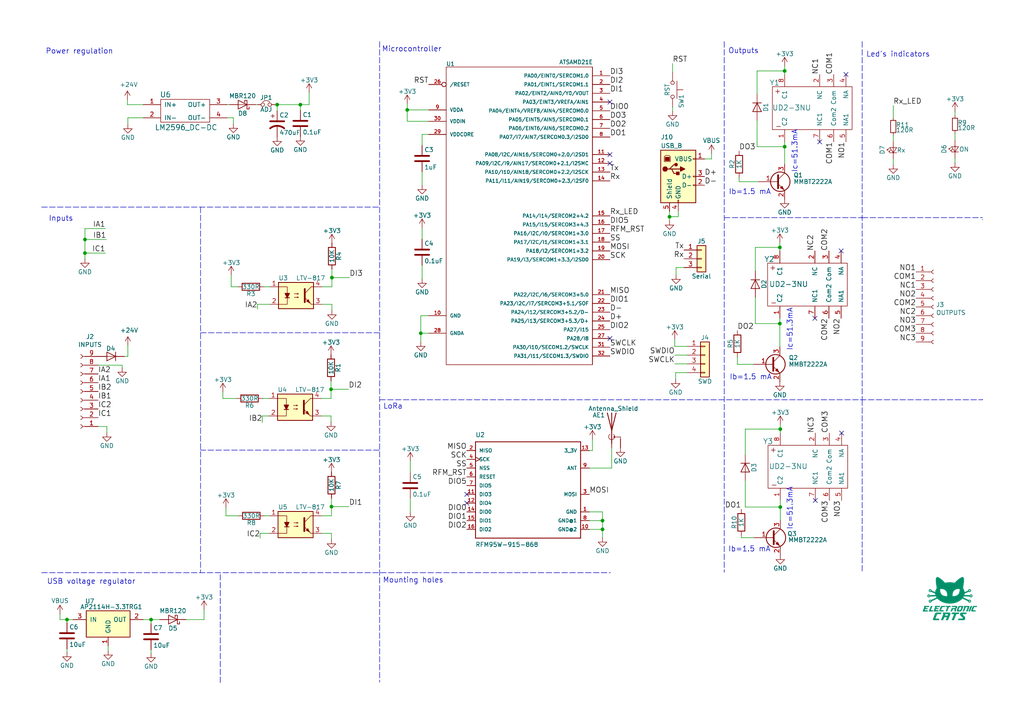
<source format=kicad_sch>
(kicad_sch (version 20211123) (generator eeschema)
  (paper "A4")
  (title_block (title "CatWAN Relay") (date "2020-10-18") (rev "1.0") (company "Electronic Cats") (comment 1 "Eduardo Contreras"))
  (junction (at 226.314 147.066))
  (junction (at 226.187 71.755))
  (junction (at 227.584 20.574))
  (junction (at 174.752 151.003))
  (junction (at 122.047 96.647))
  (junction (at 24.638 73.406))
  (junction (at 226.314 124.46))
  (junction (at 174.752 153.543))
  (junction (at 96.139 146.939))
  (junction (at 87.122 30.353))
  (junction (at 227.584 42.545))
  (junction (at 118.11 31.877))
  (junction (at 80.391 30.353))
  (junction (at 19.431 179.705))
  (junction (at 96.012 112.903))
  (junction (at 226.187 93.853))
  (junction (at 43.815 179.705))
  (junction (at 96.266 80.518))
  (junction (at 194.183 62.865))
  (junction (at 24.638 69.469))
  (no_connect (at 135.382 143.383))
  (no_connect (at 236.474 145.161))
  (no_connect (at 176.911 44.831))
  (no_connect (at 237.744 41.148))
  (no_connect (at 135.382 145.923))
  (no_connect (at 243.967 72.771))
  (no_connect (at 176.911 98.171))
  (no_connect (at 236.347 92.329))
  (no_connect (at 244.094 125.603))
  (no_connect (at 176.911 47.371))
  (no_connect (at 245.364 21.59))
  (no_connect (at 176.911 29.591))
  (wire (pts (xy 219.583 34.925) (xy 219.583 42.545)))
  (wire (pts (xy 76.073 120.65) (xy 77.978 120.65)))
  (wire (pts (xy 226.314 124.46) (xy 226.314 125.603)))
  (wire (pts (xy 196.088 77.597) (xy 198.374 77.597)))
  (wire (pts (xy 67.691 34.163) (xy 65.913 34.163)))
  (polyline (pts (xy 110.109 12.065) (xy 110.109 197.866)))
  (wire (pts (xy 65.532 149.606) (xy 65.532 147.193)))
  (wire (pts (xy 213.868 103.505) (xy 213.868 105.664)))
  (wire (pts (xy 101.219 146.939) (xy 96.139 146.939)))
  (wire (pts (xy 96.266 83.185) (xy 93.472 83.185)))
  (wire (pts (xy 170.942 153.543) (xy 174.752 153.543)))
  (wire (pts (xy 76.581 83.185) (xy 78.232 83.185)))
  (wire (pts (xy 219.583 27.305) (xy 219.583 20.574)))
  (wire (pts (xy 259.08 30.607) (xy 259.08 34.163)))
  (polyline (pts (xy 58.166 60.071) (xy 58.166 166.116)))
  (wire (pts (xy 37.084 36.068) (xy 37.084 34.163)))
  (wire (pts (xy 43.815 180.848) (xy 43.815 179.705)))
  (wire (pts (xy 219.964 52.705) (xy 214.376 52.705)))
  (wire (pts (xy 35.433 105.918) (xy 28.448 105.918)))
  (wire (pts (xy 96.012 115.57) (xy 93.218 115.57)))
  (wire (pts (xy 227.584 20.574) (xy 227.584 21.59)))
  (wire (pts (xy 226.187 71.755) (xy 226.187 72.771)))
  (wire (pts (xy 195.707 100.457) (xy 195.707 98.425)))
  (wire (pts (xy 219.075 71.755) (xy 226.187 71.755)))
  (wire (pts (xy 37.084 103.378) (xy 37.084 100.203)))
  (wire (pts (xy 213.868 105.664) (xy 218.567 105.664)))
  (wire (pts (xy 199.39 105.537) (xy 195.707 105.537)))
  (wire (pts (xy 122.428 38.989) (xy 124.333 38.989)))
  (wire (pts (xy 75.438 156.083) (xy 75.438 154.686)))
  (wire (pts (xy 171.831 127.381) (xy 171.831 130.683)))
  (wire (pts (xy 216.154 124.46) (xy 226.314 124.46)))
  (wire (pts (xy 195.072 32.258) (xy 195.072 31.115)))
  (wire (pts (xy 80.391 30.353) (xy 80.391 32.131)))
  (wire (pts (xy 206.375 46.101) (xy 204.343 46.101)))
  (wire (pts (xy 122.428 80.899) (xy 122.428 76.962)))
  (wire (pts (xy 74.676 88.265) (xy 78.232 88.265)))
  (wire (pts (xy 24.638 69.469) (xy 24.638 73.406)))
  (wire (pts (xy 174.752 151.003) (xy 174.752 153.543)))
  (wire (pts (xy 87.122 30.353) (xy 89.662 30.353)))
  (wire (pts (xy 65.913 30.353) (xy 66.548 30.353)))
  (polyline (pts (xy 63.881 197.993) (xy 63.881 166.116)))
  (wire (pts (xy 196.723 62.865) (xy 194.183 62.865)))
  (wire (pts (xy 30.988 125.476) (xy 30.988 123.698)))
  (wire (pts (xy 96.012 120.65) (xy 93.218 120.65)))
  (wire (pts (xy 118.11 30.099) (xy 118.11 31.877)))
  (wire (pts (xy 69.088 149.606) (xy 65.532 149.606)))
  (wire (pts (xy 259.08 46.101) (xy 259.08 47.752)))
  (wire (pts (xy 194.183 62.865) (xy 194.183 61.341)))
  (wire (pts (xy 195.707 102.997) (xy 199.39 102.997)))
  (wire (pts (xy 96.012 110.49) (xy 96.012 112.903)))
  (wire (pts (xy 87.122 30.353) (xy 87.122 32.004)))
  (wire (pts (xy 96.012 112.903) (xy 96.012 115.57)))
  (wire (pts (xy 96.139 149.606) (xy 93.345 149.606)))
  (wire (pts (xy 226.187 70.358) (xy 226.187 71.755)))
  (wire (pts (xy 96.266 88.265) (xy 93.472 88.265)))
  (wire (pts (xy 195.072 18.415) (xy 195.072 20.955)))
  (wire (pts (xy 30.607 73.406) (xy 24.638 73.406)))
  (wire (pts (xy 216.154 131.826) (xy 216.154 124.46)))
  (wire (pts (xy 174.752 148.463) (xy 170.942 148.463)))
  (polyline (pts (xy 284.988 115.951) (xy 284.988 115.824)))
  (polyline (pts (xy 250.063 63.119) (xy 284.988 63.119)))
  (wire (pts (xy 174.752 148.463) (xy 174.752 151.003)))
  (polyline (pts (xy 210.058 63.119) (xy 249.936 63.119)))
  (wire (pts (xy 118.11 35.179) (xy 124.333 35.179)))
  (wire (pts (xy 215.011 155.956) (xy 215.011 155.321)))
  (wire (pts (xy 96.266 90.043) (xy 96.266 88.265)))
  (wire (pts (xy 226.187 92.329) (xy 226.187 93.853)))
  (wire (pts (xy 96.266 80.518) (xy 96.266 83.185)))
  (wire (pts (xy 276.987 33.528) (xy 276.987 32.258)))
  (polyline (pts (xy 12.065 60.071) (xy 110.109 60.071)))
  (wire (pts (xy 96.266 78.105) (xy 96.266 80.518)))
  (wire (pts (xy 122.428 53.721) (xy 122.428 49.784)))
  (wire (pts (xy 226.314 147.066) (xy 226.314 150.876)))
  (wire (pts (xy 177.419 135.763) (xy 177.419 129.921)))
  (wire (pts (xy 118.999 133.731) (xy 118.999 137.033)))
  (wire (pts (xy 118.11 31.877) (xy 118.11 35.179)))
  (polyline (pts (xy 12.065 166.116) (xy 177.038 166.116)))
  (wire (pts (xy 36.957 28.956) (xy 36.957 30.353)))
  (wire (pts (xy 74.676 89.662) (xy 74.676 88.265)))
  (polyline (pts (xy 110.109 115.951) (xy 284.988 115.951)))
  (wire (pts (xy 77.978 115.57) (xy 76.2 115.57)))
  (wire (pts (xy 171.831 130.683) (xy 170.942 130.683)))
  (wire (pts (xy 219.075 86.233) (xy 219.075 93.853)))
  (wire (pts (xy 41.529 179.705) (xy 43.815 179.705)))
  (wire (pts (xy 79.756 30.353) (xy 80.391 30.353)))
  (wire (pts (xy 122.047 96.647) (xy 122.047 99.187)))
  (wire (pts (xy 43.815 189.484) (xy 43.815 188.468)))
  (wire (pts (xy 19.431 189.23) (xy 19.431 188.214)))
  (wire (pts (xy 96.139 144.526) (xy 96.139 146.939)))
  (wire (pts (xy 174.752 153.543) (xy 174.752 155.956)))
  (wire (pts (xy 196.723 61.341) (xy 196.723 62.865)))
  (wire (pts (xy 35.433 106.68) (xy 35.433 105.918)))
  (wire (pts (xy 21.209 179.705) (xy 19.431 179.705)))
  (wire (pts (xy 227.584 19.177) (xy 227.584 20.574)))
  (wire (pts (xy 53.975 179.705) (xy 59.182 179.705)))
  (wire (pts (xy 36.068 103.378) (xy 37.084 103.378)))
  (wire (pts (xy 226.314 123.19) (xy 226.314 124.46)))
  (wire (pts (xy 96.139 146.939) (xy 96.139 149.606)))
  (wire (pts (xy 219.583 20.574) (xy 227.584 20.574)))
  (wire (pts (xy 30.988 123.698) (xy 28.448 123.698)))
  (wire (pts (xy 218.694 155.956) (xy 215.011 155.956)))
  (wire (pts (xy 276.987 45.847) (xy 276.987 47.244)))
  (wire (pts (xy 43.815 179.705) (xy 46.355 179.705)))
  (wire (pts (xy 226.187 93.853) (xy 226.187 100.584)))
  (wire (pts (xy 67.691 35.941) (xy 67.691 34.163)))
  (wire (pts (xy 219.075 78.613) (xy 219.075 71.755)))
  (wire (pts (xy 89.662 30.353) (xy 89.662 26.797)))
  (wire (pts (xy 24.638 73.406) (xy 24.638 75.057)))
  (wire (pts (xy 195.961 109.982) (xy 195.961 108.077)))
  (wire (pts (xy 214.376 52.705) (xy 214.376 51.435)))
  (wire (pts (xy 101.092 112.903) (xy 96.012 112.903)))
  (polyline (pts (xy 250.063 12.065) (xy 250.063 115.824)))
  (polyline (pts (xy 210.058 12.065) (xy 210.058 165.989)))
  (wire (pts (xy 227.584 42.545) (xy 227.584 47.625)))
  (wire (pts (xy 76.073 122.555) (xy 76.073 120.65)))
  (wire (pts (xy 219.075 93.853) (xy 226.187 93.853)))
  (wire (pts (xy 259.08 41.021) (xy 259.08 39.243)))
  (wire (pts (xy 24.638 66.294) (xy 30.607 66.294)))
  (wire (pts (xy 67.056 79.756) (xy 67.056 83.185)))
  (wire (pts (xy 76.708 149.606) (xy 78.105 149.606)))
  (wire (pts (xy 19.431 180.594) (xy 19.431 179.705)))
  (wire (pts (xy 219.583 42.545) (xy 227.584 42.545)))
  (polyline (pts (xy 110.109 96.52) (xy 58.166 96.52)))
  (polyline (pts (xy 284.988 63.754) (xy 284.988 63.627)))
  (polyline (pts (xy 250.063 115.951) (xy 250.063 165.862)))
  (wire (pts (xy 122.047 91.567) (xy 124.333 91.567)))
  (wire (pts (xy 196.088 79.756) (xy 196.088 77.597)))
  (wire (pts (xy 24.638 69.469) (xy 24.638 66.294)))
  (wire (pts (xy 124.333 96.647) (xy 122.047 96.647)))
  (wire (pts (xy 96.139 156.464) (xy 96.139 154.686)))
  (wire (pts (xy 122.428 66.04) (xy 122.428 69.342)))
  (wire (pts (xy 36.957 30.353) (xy 41.529 30.353)))
  (wire (pts (xy 64.643 115.57) (xy 64.643 113.665)))
  (wire (pts (xy 31.369 187.325) (xy 31.369 188.722)))
  (wire (pts (xy 17.399 179.705) (xy 17.399 178.054)))
  (wire (pts (xy 80.391 30.353) (xy 87.122 30.353)))
  (wire (pts (xy 118.999 148.59) (xy 118.999 144.653)))
  (wire (pts (xy 30.861 69.469) (xy 24.638 69.469)))
  (polyline (pts (xy 249.936 63.119) (xy 249.936 62.992)))
  (polyline (pts (xy 109.982 130.556) (xy 58.166 130.556)))
  (wire (pts (xy 122.047 91.567) (xy 122.047 96.647)))
  (wire (pts (xy 96.012 122.428) (xy 96.012 120.65)))
  (wire (pts (xy 170.942 135.763) (xy 177.419 135.763)))
  (wire (pts (xy 124.333 31.877) (xy 118.11 31.877)))
  (wire (pts (xy 122.428 42.164) (xy 122.428 38.989)))
  (wire (pts (xy 206.375 44.577) (xy 206.375 46.101)))
  (wire (pts (xy 195.961 108.077) (xy 199.39 108.077)))
  (wire (pts (xy 216.154 147.066) (xy 226.314 147.066)))
  (wire (pts (xy 68.961 83.185) (xy 67.056 83.185)))
  (wire (pts (xy 19.431 179.705) (xy 17.399 179.705)))
  (wire (pts (xy 75.438 154.686) (xy 78.105 154.686)))
  (wire (pts (xy 216.154 139.446) (xy 216.154 147.066)))
  (wire (pts (xy 37.084 34.163) (xy 41.529 34.163)))
  (wire (pts (xy 101.346 80.518) (xy 96.266 80.518)))
  (wire (pts (xy 68.58 115.57) (xy 64.643 115.57)))
  (wire (pts (xy 74.168 30.353) (xy 74.676 30.353)))
  (wire (pts (xy 199.39 100.457) (xy 195.707 100.457)))
  (wire (pts (xy 226.314 145.161) (xy 226.314 147.066)))
  (wire (pts (xy 170.942 151.003) (xy 174.752 151.003)))
  (wire (pts (xy 227.584 41.148) (xy 227.584 42.545)))
  (wire (pts (xy 194.183 64.008) (xy 194.183 62.865)))
  (wire (pts (xy 59.182 179.705) (xy 59.182 176.784)))
  (wire (pts (xy 276.987 40.767) (xy 276.987 38.608)))
  (wire (pts (xy 96.139 154.686) (xy 93.345 154.686)))
  (image (at 275.463 173.609))
  (text "LoRa" (at 111.125 118.872 0) (effects (font (size 1.524 1.524)) (justify left bottom)))
  (text "Inputs\n" (at 14.097 64.389 0) (effects (font (size 1.524 1.524)) (justify left bottom)))
  (text "Microcontroller" (at 110.744 15.24 0) (effects (font (size 1.524 1.524)) (justify left bottom)))
  (text "Ic=51.3mA" (at 231.394 50.165 90) (effects (font (size 1.524 1.524)) (justify left bottom)))
  (text "USB voltage regulator\n" (at 13.589 169.672 0) (effects (font (size 1.524 1.524)) (justify left bottom)))
  (text "Power regulation" (at 13.208 15.875 0) (effects (font (size 1.524 1.524)) (justify left bottom)))
  (text "Mounting holes" (at 110.998 169.291 0) (effects (font (size 1.524 1.524)) (justify left bottom)))
  (text "Ic=51.3mA" (at 229.997 101.854 90) (effects (font (size 1.524 1.524)) (justify left bottom)))
  (text "Ib=1.5 mA " (at 211.582 110.363 0) (effects (font (size 1.524 1.524)) (justify left bottom)))
  (text "Ic=51.3mA" (at 229.997 153.797 90) (effects (font (size 1.524 1.524)) (justify left bottom)))
  (text "Ib=1.5 mA " (at 211.201 160.274 0) (effects (font (size 1.524 1.524)) (justify left bottom)))
  (text "Led's indicators" (at 251.206 16.764 0) (effects (font (size 1.524 1.524)) (justify left bottom)))
  (text "Outputs" (at 211.201 15.748 0) (effects (font (size 1.524 1.524)) (justify left bottom)))
  (text "Ib=1.5 mA " (at 211.328 56.642 0) (effects (font (size 1.524 1.524)) (justify left bottom)))
  (label "D+" (at 176.911 93.091 0) (effects (font (size 1.524 1.524))))
  (label "DIO5" (at 135.382 140.843 180) (effects (font (size 1.524 1.524))))
  (label "DI1" (at 101.219 146.939 0) (effects (font (size 1.524 1.524))))
  (label "SS" (at 135.382 135.763 180) (effects (font (size 1.524 1.524))))
  (label "DIO0" (at 176.911 32.131 0) (effects (font (size 1.524 1.524))))
  (label "RFM_RST" (at 135.382 138.303 180) (effects (font (size 1.524 1.524))))
  (label "NO2" (at 265.684 86.487 180) (effects (font (size 1.524 1.524))))
  (label "DIO2" (at 176.911 95.631 0) (effects (font (size 1.524 1.524))))
  (label "IB2" (at 76.073 122.555 180) (effects (font (size 1.524 1.524))))
  (label "IB1" (at 28.448 116.078 0) (effects (font (size 1.524 1.524))))
  (label "SCK" (at 176.911 75.311 0) (effects (font (size 1.524 1.524))))
  (label "DO1" (at 215.011 147.701 180) (effects (font (size 1.524 1.524))))
  (label "DI2" (at 176.911 24.511 0) (effects (font (size 1.524 1.524))))
  (label "IC2" (at 75.438 156.083 180) (effects (font (size 1.524 1.524))))
  (label "NO1" (at 265.684 78.867 180) (effects (font (size 1.524 1.524))))
  (label "COM3" (at 240.538 125.603 90) (effects (font (size 1.524 1.524))))
  (label "NC2" (at 236.347 72.771 90) (effects (font (size 1.524 1.524))))
  (label "RFM_RST" (at 176.911 67.691 0) (effects (font (size 1.524 1.524))))
  (label "DO2" (at 176.911 37.211 0) (effects (font (size 1.524 1.524))))
  (label "DO1" (at 176.911 39.751 0) (effects (font (size 1.524 1.524))))
  (label "DI3" (at 101.346 80.518 0) (effects (font (size 1.524 1.524))))
  (label "COM1" (at 265.684 81.407 180) (effects (font (size 1.524 1.524))))
  (label "RST" (at 195.072 18.415 0) (effects (font (size 1.524 1.524))))
  (label "NC2" (at 265.684 91.567 180) (effects (font (size 1.524 1.524))))
  (label "D+" (at 204.343 51.181 0) (effects (font (size 1.524 1.524))))
  (label "Rx_LED" (at 176.911 62.611 0) (effects (font (size 1.524 1.524))))
  (label "IB1" (at 30.861 69.469 180) (effects (font (size 1.524 1.524))))
  (label "D-" (at 204.343 53.721 0) (effects (font (size 1.524 1.524))))
  (label "DO3" (at 214.376 43.815 0) (effects (font (size 1.524 1.524))))
  (label "DIO5" (at 176.911 65.151 0) (effects (font (size 1.524 1.524))))
  (label "NO3" (at 265.684 94.107 180) (effects (font (size 1.524 1.524))))
  (label "DI3" (at 176.911 21.971 0) (effects (font (size 1.524 1.524))))
  (label "IC2" (at 28.448 118.618 0) (effects (font (size 1.524 1.524))))
  (label "IA1" (at 28.448 110.998 0) (effects (font (size 1.524 1.524))))
  (label "DIO1" (at 135.382 151.003 180) (effects (font (size 1.524 1.524))))
  (label "MOSI" (at 176.911 72.771 0) (effects (font (size 1.524 1.524))))
  (label "COM2" (at 240.411 72.771 90) (effects (font (size 1.524 1.524))))
  (label "NC3" (at 265.684 99.187 180) (effects (font (size 1.524 1.524))))
  (label "RST" (at 124.333 24.511 180) (effects (font (size 1.524 1.524))))
  (label "DO2" (at 213.868 95.885 0) (effects (font (size 1.524 1.524))))
  (label "IB2" (at 28.448 113.538 0) (effects (font (size 1.524 1.524))))
  (label "Rx" (at 198.374 75.057 180) (effects (font (size 1.524 1.524))))
  (label "NO1" (at 245.364 41.148 270) (effects (font (size 1.524 1.524))))
  (label "Tx" (at 176.911 49.911 0) (effects (font (size 1.524 1.524))))
  (label "NO3" (at 244.094 145.161 270) (effects (font (size 1.524 1.524))))
  (label "SWCLK" (at 195.707 105.537 180) (effects (font (size 1.524 1.524))))
  (label "MISO" (at 176.911 85.471 0) (effects (font (size 1.524 1.524))))
  (label "COM3" (at 265.684 96.647 180) (effects (font (size 1.524 1.524))))
  (label "DIO0" (at 135.382 148.463 180) (effects (font (size 1.524 1.524))))
  (label "COM2" (at 265.684 89.027 180) (effects (font (size 1.524 1.524))))
  (label "Rx_LED" (at 259.08 30.607 0) (effects (font (size 1.524 1.524))))
  (label "IC1" (at 30.607 73.406 180) (effects (font (size 1.524 1.524))))
  (label "COM3" (at 240.538 145.161 270) (effects (font (size 1.524 1.524))))
  (label "DI2" (at 101.092 112.903 0) (effects (font (size 1.524 1.524))))
  (label "MISO" (at 135.382 130.683 180) (effects (font (size 1.524 1.524))))
  (label "COM1" (at 241.808 41.148 270) (effects (font (size 1.524 1.524))))
  (label "SWDIO" (at 195.707 102.997 180) (effects (font (size 1.524 1.524))))
  (label "NC1" (at 237.744 21.59 90) (effects (font (size 1.524 1.524))))
  (label "DO3" (at 176.911 34.671 0) (effects (font (size 1.524 1.524))))
  (label "DIO2" (at 135.382 153.543 180) (effects (font (size 1.524 1.524))))
  (label "SCK" (at 135.382 133.223 180) (effects (font (size 1.524 1.524))))
  (label "IA2" (at 74.676 89.662 180) (effects (font (size 1.524 1.524))))
  (label "Tx" (at 198.374 72.517 180) (effects (font (size 1.524 1.524))))
  (label "Rx" (at 176.911 52.451 0) (effects (font (size 1.524 1.524))))
  (label "NC1" (at 265.684 83.947 180) (effects (font (size 1.524 1.524))))
  (label "COM2" (at 240.411 92.329 270) (effects (font (size 1.524 1.524))))
  (label "DIO1" (at 176.911 88.011 0) (effects (font (size 1.524 1.524))))
  (label "D-" (at 176.911 90.551 0) (effects (font (size 1.524 1.524))))
  (label "SWCLK" (at 176.911 100.711 0) (effects (font (size 1.524 1.524))))
  (label "SWDIO" (at 176.911 103.251 0) (effects (font (size 1.524 1.524))))
  (label "COM1" (at 241.808 21.59 90) (effects (font (size 1.524 1.524))))
  (label "NC3" (at 236.474 125.603 90) (effects (font (size 1.524 1.524))))
  (label "IA1" (at 30.607 66.294 180) (effects (font (size 1.524 1.524))))
  (label "DI1" (at 176.911 27.051 0) (effects (font (size 1.524 1.524))))
  (label "NO2" (at 243.967 92.329 270) (effects (font (size 1.524 1.524))))
  (label "SS" (at 176.911 70.231 0) (effects (font (size 1.524 1.524))))
  (label "MOSI" (at 170.942 143.383 0) (effects (font (size 1.524 1.524))))
  (label "IC1" (at 28.448 121.158 0) (effects (font (size 1.524 1.524))))
  (label "IA2" (at 28.448 108.458 0) (effects (font (size 1.524 1.524))))
  (symbol (lib_id "CatWAN-Relay-rescue:SW_Push-agroin-rescue") (at 195.072 26.035 270) (unit 1)
    (property "Reference" "SW1" (at 197.612 27.305 0) (effects (justify left)))
    (property "Value" "RST" (at 193.548 26.035 0))
    (property "Footprint" "Button_Switch_SMD:SW_SPST_TL3342" (effects hide))
    (property "Footprint" "Button_Switch_SMD:SW_SPST_TL3342" (effects hide))
    (property "Reference" "SW1" (effects hide))
    (property "Value" "RST" (effects hide))
    (property "LCSC#" "C318889" (effects hide))
  )
  (symbol (lib_id "CatWAN-Relay-rescue:GND-agroin-rescue") (at 195.072 32.258 0) (unit 1)
    (property "Reference" "#PWR01" (effects hide))
    (property "Value" "GND" (at 195.072 36.068 0))
  )
  (symbol (lib_id "CatWAN-Relay-rescue:GND-agroin-rescue") (at 122.047 99.187 0) (unit 1)
    (property "Reference" "#PWR02" (effects hide))
    (property "Value" "GND" (at 122.047 102.997 0))
  )
  (symbol (lib_id "CatWAN-Relay-rescue:C-agroin-rescue") (at 87.122 35.814 0) (unit 1)
    (property "Reference" "C1" (at 87.757 33.274 0) (effects (justify left)))
    (property "Value" "0.1uF" (at 87.757 38.354 0) (effects (justify left)))
    (property "Footprint" "Capacitor_SMD:C_0805_2012Metric_Pad1.15x1.40mm_HandSolder" (effects hide))
    (property "manf#" "885012207072" (effects hide))
    (property "Footprint" "Capacitor_SMD:C_0805_2012Metric_Pad1.15x1.40mm_HandSolder" (effects hide))
    (property "Reference" "C1" (effects hide))
    (property "Value" "0.1uF" (effects hide))
  )
  (symbol (lib_id "CatWAN-Relay-rescue:GND-agroin-rescue") (at 67.691 35.941 0) (unit 1)
    (property "Reference" "#PWR03" (effects hide))
    (property "Value" "GND" (at 67.691 39.751 0))
  )
  (symbol (lib_id "CatWAN-Relay-rescue:GND-agroin-rescue") (at 87.122 39.624 0) (unit 1)
    (property "Reference" "#PWR04" (effects hide))
    (property "Value" "GND" (at 87.122 43.434 0))
  )
  (symbol (lib_id "CatWAN-Relay-rescue:MMBT2222A-agroin-rescue") (at 225.044 52.705 0) (unit 1)
    (property "Reference" "Q1" (at 230.124 50.8 0) (effects (justify left)))
    (property "Value" "MMBT2222A" (at 230.124 52.705 0) (effects (justify left)))
    (property "Footprint" "Package_TO_SOT_SMD:SOT-23" (effects hide))
    (property "manf#" "MMBT2222A" (effects hide))
    (property "Footprint" "Package_TO_SOT_SMD:SOT-23" (effects hide))
    (property "Reference" "Q1" (effects hide))
    (property "Value" "MMBT2222A" (effects hide))
  )
  (symbol (lib_id "CatWAN-Relay-rescue:CP1-agroin-rescue") (at 80.391 35.941 0) (unit 1)
    (property "Reference" "C2" (at 81.026 33.401 0) (effects (justify left)))
    (property "Value" "470uF" (at 81.026 38.481 0) (effects (justify left)))
    (property "Footprint" "Capacitor_SMD:C_Elec_6.3x7.7" (effects hide))
    (property "manf#" "UUR0G471MCL1GS" (effects hide))
    (property "Footprint" "Capacitor_SMD:C_Elec_6.3x7.7" (effects hide))
    (property "Reference" "C2" (effects hide))
    (property "Value" "470uF" (effects hide))
  )
  (symbol (lib_id "CatWAN-Relay-rescue:GND-agroin-rescue") (at 80.391 39.751 0) (unit 1)
    (property "Reference" "#PWR05" (effects hide))
    (property "Value" "GND" (at 80.391 43.561 0))
  )
  (symbol (lib_id "CatWAN-Relay-rescue:Jumper_NC_Small-agroin-rescue") (at 77.216 30.353 0) (unit 1)
    (property "Reference" "JP1" (at 77.216 28.321 0))
    (property "Value" "ADJ" (at 77.216 31.75 0))
    (property "Footprint" "Connector_PinHeader_2.54mm:PinHeader_1x02_P2.54mm_Vertical" (effects hide))
    (property "Footprint" "Connector_PinHeader_2.54mm:PinHeader_1x02_P2.54mm_Vertical" (effects hide))
    (property "Reference" "JP1" (effects hide))
    (property "Value" "ADJ" (effects hide))
  )
  (symbol (lib_id "CatWAN-Relay-rescue:FM4007W-W-agroin-rescue") (at 219.583 31.115 270) (unit 1)
    (property "Reference" "D1" (at 222.123 31.115 0))
    (property "Value" "FM4007W-W" (effects hide))
    (property "Footprint" "agroin:F4007" (effects hide))
    (property "manf#" "FM4007W-W" (effects hide))
    (property "Footprint" "agroin:F4007" (effects hide))
    (property "Reference" "D1" (effects hide))
    (property "Value" "FM4007W-W" (effects hide))
  )
  (symbol (lib_id "CatWAN-Relay-rescue:+3.3V-agroin-rescue") (at 89.662 26.797 0) (unit 1)
    (property "Reference" "#PWR06" (effects hide))
    (property "Value" "+3.3V" (at 89.662 23.241 0))
  )
  (symbol (lib_id "CatWAN-Relay-rescue:C-agroin-rescue") (at 122.428 73.152 0) (unit 1)
    (property "Reference" "C4" (at 123.063 70.612 0) (effects (justify left)))
    (property "Value" "0.1uF" (at 123.063 75.692 0) (effects (justify left)))
    (property "Footprint" "Capacitor_SMD:C_0805_2012Metric_Pad1.15x1.40mm_HandSolder" (effects hide))
    (property "manf#" "885012207072" (effects hide))
    (property "Footprint" "Capacitor_SMD:C_0805_2012Metric_Pad1.15x1.40mm_HandSolder" (effects hide))
    (property "Reference" "C4" (effects hide))
    (property "Value" "0.1uF" (effects hide))
  )
  (symbol (lib_id "CatWAN-Relay-rescue:+3.3V-agroin-rescue") (at 122.428 66.04 0) (unit 1)
    (property "Reference" "#PWR07" (effects hide))
    (property "Value" "+3.3V" (at 122.428 62.484 0))
  )
  (symbol (lib_id "CatWAN-Relay-rescue:GND-agroin-rescue") (at 122.428 80.899 0) (unit 1)
    (property "Reference" "#PWR08" (effects hide))
    (property "Value" "GND" (at 122.428 84.709 0))
  )
  (symbol (lib_id "CatWAN-Relay-rescue:+3.3V-agroin-rescue") (at 171.831 127.381 0) (unit 1)
    (property "Reference" "#PWR09" (effects hide))
    (property "Value" "+3.3V" (at 171.831 123.825 0))
  )
  (symbol (lib_id "CatWAN-Relay-rescue:GND-agroin-rescue") (at 174.752 155.956 0) (unit 1)
    (property "Reference" "#PWR010" (effects hide))
    (property "Value" "GND" (at 174.752 159.766 0))
  )
  (symbol (lib_id "CatWAN-Relay-rescue:C-agroin-rescue") (at 118.999 140.843 0) (unit 1)
    (property "Reference" "C5" (at 119.634 138.303 0) (effects (justify left)))
    (property "Value" "0.1uF" (at 119.634 143.383 0) (effects (justify left)))
    (property "Footprint" "Capacitor_SMD:C_0805_2012Metric_Pad1.15x1.40mm_HandSolder" (effects hide))
    (property "manf#" "885012207072" (effects hide))
    (property "Footprint" "Capacitor_SMD:C_0805_2012Metric_Pad1.15x1.40mm_HandSolder" (effects hide))
    (property "Reference" "C5" (effects hide))
    (property "Value" "0.1uF" (effects hide))
  )
  (symbol (lib_id "CatWAN-Relay-rescue:+3.3V-agroin-rescue") (at 118.999 133.731 0) (unit 1)
    (property "Reference" "#PWR011" (effects hide))
    (property "Value" "+3.3V" (at 118.999 130.175 0))
  )
  (symbol (lib_id "CatWAN-Relay-rescue:GND-agroin-rescue") (at 118.999 148.59 0) (unit 1)
    (property "Reference" "#PWR012" (effects hide))
    (property "Value" "GND" (at 118.999 152.4 0))
  )
  (symbol (lib_id "CatWAN-Relay-rescue:RFM95W-868S2-agroin-rescue") (at 153.162 140.843 0) (unit 1)
    (property "Reference" "U2" (at 137.8966 126.8476 0) (effects (justify left bottom)))
    (property "Value" "RFM95W-915-868" (at 137.8712 158.6738 0) (effects (justify left bottom)))
    (property "Footprint" "agroin:RFM95W" (effects hide))
    (property "Footprint" "agroin:RFM95W" (effects hide))
    (property "Reference" "U2" (effects hide))
    (property "Value" "RFM95W-915-868" (effects hide))
    (property "manf#" "RFM95W" (effects hide))
  )
  (symbol (lib_id "CatWAN-Relay-rescue:+3.3V-agroin-rescue") (at 118.11 30.099 0) (unit 1)
    (property "Reference" "#PWR013" (effects hide))
    (property "Value" "+3.3V" (at 118.11 26.543 0))
  )
  (symbol (lib_id "CatWAN-Relay-rescue:LTV-817-agroin-rescue") (at 85.852 85.725 0) (unit 1)
    (property "Reference" "U3" (at 80.772 80.645 0) (effects (justify left)))
    (property "Value" "LTV-817" (at 85.852 80.645 0) (effects (justify left)))
    (property "Footprint" "Package_DIP:DIP-4_W7.62mm_Socket" (effects hide))
    (property "manf#" "LTV-817" (effects hide))
    (property "Footprint" "Package_DIP:DIP-4_W7.62mm_Socket" (effects hide))
    (property "Reference" "U3" (effects hide))
    (property "Value" "LTV-817" (effects hide))
  )
  (symbol (lib_id "CatWAN-Relay-rescue:R-agroin-rescue") (at 72.771 83.185 270) (unit 1)
    (property "Reference" "R3" (at 72.771 85.217 90))
    (property "Value" "330R" (at 72.771 83.185 90))
    (property "Footprint" "Resistor_SMD:R_0805_2012Metric_Pad1.15x1.40mm_HandSolder" (effects hide))
    (property "manf#" "CRCW08052K20FKEB" (effects hide))
    (property "Footprint" "Resistor_SMD:R_0805_2012Metric_Pad1.15x1.40mm_HandSolder" (effects hide))
    (property "Reference" "R3" (effects hide))
    (property "Value" "330R" (effects hide))
  )
  (symbol (lib_id "CatWAN-Relay-rescue:+3.3V-agroin-rescue") (at 96.266 70.485 0) (unit 1)
    (property "Reference" "#PWR017" (effects hide))
    (property "Value" "+3.3V" (at 96.266 66.929 0))
  )
  (symbol (lib_id "CatWAN-Relay-rescue:R-agroin-rescue") (at 96.266 74.295 0) (unit 1)
    (property "Reference" "R4" (at 98.298 74.295 90))
    (property "Value" "10K" (at 96.266 74.295 90))
    (property "Footprint" "Resistor_SMD:R_0805_2012Metric_Pad1.15x1.40mm_HandSolder" (effects hide))
    (property "manf#" "RC0402FR-1010KL" (effects hide))
    (property "Footprint" "Resistor_SMD:R_0805_2012Metric_Pad1.15x1.40mm_HandSolder" (effects hide))
    (property "Reference" "R4" (effects hide))
    (property "Value" "10K" (effects hide))
  )
  (symbol (lib_id "CatWAN-Relay-rescue:GND-agroin-rescue") (at 96.266 90.043 0) (unit 1)
    (property "Reference" "#PWR018" (effects hide))
    (property "Value" "GND" (at 96.266 93.853 0))
  )
  (symbol (lib_id "CatWAN-Relay-rescue:UD2-3NU-agroin-rescue") (at 224.028 25.146 0) (unit 1)
    (property "Reference" "Y1" (at 224.663 24.003 0) (effects (font (size 1.524 1.524))))
    (property "Value" "UD2-3NU" (at 229.616 31.242 0) (effects (font (size 1.524 1.524))))
    (property "Footprint" "agroin:UD2-3NU" (effects hide))
    (property "manf#" "UD2-3NU" (effects hide))
    (property "Footprint" "agroin:UD2-3NU" (effects hide))
    (property "Reference" "Y1" (effects hide))
    (property "Value" "UD2-3NU" (effects hide))
  )
  (symbol (lib_id "CatWAN-Relay-rescue:+3.3V-agroin-rescue") (at 227.584 19.177 0) (unit 1)
    (property "Reference" "#PWR019" (effects hide))
    (property "Value" "+3.3V" (at 227.584 15.621 0))
  )
  (symbol (lib_id "CatWAN-Relay-rescue:ATSAMD21E-agroin-rescue") (at 141.351 62.611 0) (unit 1)
    (property "Reference" "U1" (at 129.413 19.177 0) (effects (font (size 1.143 1.143)) (justify left bottom)))
    (property "Value" "ATSAMD21E" (at 162.179 18.669 0) (effects (font (size 1.143 1.143)) (justify left bottom)))
    (property "Footprint" "Package_QFP:TQFP-32_7x7mm_P0.8mm" (effects hide))
    (property "manf#" "ATSAMD21E18A-U" (effects hide))
    (property "Footprint" "Package_QFP:TQFP-32_7x7mm_P0.8mm" (effects hide))
    (property "Reference" "U1" (effects hide))
    (property "Value" "ATSAMD21E" (effects hide))
  )
  (symbol (lib_id "CatWAN-Relay-rescue:R-agroin-rescue") (at 214.376 47.625 180) (unit 1)
    (property "Reference" "R2" (at 212.344 47.625 90))
    (property "Value" "1K" (at 214.376 47.625 90))
    (property "Footprint" "Resistor_SMD:R_0805_2012Metric_Pad1.15x1.40mm_HandSolder" (effects hide))
    (property "manf#" "RC0805FR-071KL" (effects hide))
    (property "Footprint" "Resistor_SMD:R_0805_2012Metric_Pad1.15x1.40mm_HandSolder" (effects hide))
    (property "Reference" "R2" (effects hide))
    (property "Value" "1K" (effects hide))
  )
  (symbol (lib_id "CatWAN-Relay-rescue:MMBT2222A-agroin-rescue") (at 223.647 105.664 0) (unit 1)
    (property "Reference" "Q2" (at 228.727 103.759 0) (effects (justify left)))
    (property "Value" "MMBT2222A" (at 228.727 105.664 0) (effects (justify left)))
    (property "Footprint" "Package_TO_SOT_SMD:SOT-23" (effects hide))
    (property "manf#" "MMBT2222A" (effects hide))
    (property "Footprint" "Package_TO_SOT_SMD:SOT-23" (effects hide))
    (property "Reference" "Q2" (effects hide))
    (property "Value" "MMBT2222A" (effects hide))
  )
  (symbol (lib_id "CatWAN-Relay-rescue:FM4007W-W-agroin-rescue") (at 219.075 82.423 270) (unit 1)
    (property "Reference" "D2" (at 221.615 82.423 0))
    (property "Value" "FM4007W-W" (effects hide))
    (property "Footprint" "agroin:F4007" (effects hide))
    (property "manf#" "FM4007W-W" (effects hide))
    (property "Footprint" "agroin:F4007" (effects hide))
    (property "Reference" "D2" (effects hide))
    (property "Value" "FM4007W-W" (effects hide))
  )
  (symbol (lib_id "CatWAN-Relay-rescue:UD2-3NU-agroin-rescue") (at 222.631 76.327 0) (unit 1)
    (property "Reference" "Y2" (at 223.139 75.184 0) (effects (font (size 1.524 1.524))))
    (property "Value" "UD2-3NU" (at 228.727 82.423 0) (effects (font (size 1.524 1.524))))
    (property "Footprint" "agroin:UD2-3NU" (effects hide))
    (property "manf#" "UD2-3NU" (effects hide))
    (property "Footprint" "agroin:UD2-3NU" (effects hide))
    (property "Reference" "Y2" (effects hide))
    (property "Value" "UD2-3NU" (effects hide))
  )
  (symbol (lib_id "CatWAN-Relay-rescue:+3.3V-agroin-rescue") (at 226.187 70.358 0) (unit 1)
    (property "Reference" "#PWR020" (effects hide))
    (property "Value" "+3.3V" (at 226.187 66.802 0))
  )
  (symbol (lib_id "CatWAN-Relay-rescue:R-agroin-rescue") (at 213.868 99.695 180) (unit 1)
    (property "Reference" "R5" (at 211.836 99.695 90))
    (property "Value" "1K" (at 213.868 99.695 90))
    (property "Footprint" "Resistor_SMD:R_0805_2012Metric_Pad1.15x1.40mm_HandSolder" (effects hide))
    (property "manf#" "RC0805FR-071KL" (effects hide))
    (property "Footprint" "Resistor_SMD:R_0805_2012Metric_Pad1.15x1.40mm_HandSolder" (effects hide))
    (property "Reference" "R5" (effects hide))
    (property "Value" "1K" (effects hide))
  )
  (symbol (lib_id "CatWAN-Relay-rescue:MMBT2222A-agroin-rescue") (at 223.774 155.956 0) (unit 1)
    (property "Reference" "Q3" (at 228.346 154.813 0) (effects (justify left)))
    (property "Value" "MMBT2222A" (at 228.6 156.591 0) (effects (justify left)))
    (property "Footprint" "Package_TO_SOT_SMD:SOT-23" (effects hide))
    (property "manf#" "MMBT2222A" (effects hide))
    (property "Footprint" "Package_TO_SOT_SMD:SOT-23" (effects hide))
    (property "Reference" "Q3" (effects hide))
    (property "Value" "MMBT2222A" (effects hide))
  )
  (symbol (lib_id "CatWAN-Relay-rescue:FM4007W-W-agroin-rescue") (at 216.154 135.636 270) (unit 1)
    (property "Reference" "D3" (at 218.694 135.636 0))
    (property "Value" "FM4007W-W" (effects hide))
    (property "Footprint" "agroin:F4007" (effects hide))
    (property "manf#" "FM4007W-W" (effects hide))
    (property "Footprint" "agroin:F4007" (effects hide))
    (property "Reference" "D3" (effects hide))
    (property "Value" "FM4007W-W" (effects hide))
  )
  (symbol (lib_id "CatWAN-Relay-rescue:UD2-3NU-agroin-rescue") (at 222.758 129.159 0) (unit 1)
    (property "Reference" "Y3" (at 222.758 128.016 0) (effects (font (size 1.524 1.524))))
    (property "Value" "UD2-3NU" (at 228.6 135.255 0) (effects (font (size 1.524 1.524))))
    (property "Footprint" "agroin:UD2-3NU" (effects hide))
    (property "manf#" "UD2-3NU" (effects hide))
    (property "Footprint" "agroin:UD2-3NU" (effects hide))
    (property "Reference" "Y3" (effects hide))
    (property "Value" "UD2-3NU" (effects hide))
  )
  (symbol (lib_id "CatWAN-Relay-rescue:+3.3V-agroin-rescue") (at 226.314 123.19 0) (unit 1)
    (property "Reference" "#PWR021" (effects hide))
    (property "Value" "+3.3V" (at 226.314 119.634 0))
  )
  (symbol (lib_id "CatWAN-Relay-rescue:R-agroin-rescue") (at 215.011 151.511 180) (unit 1)
    (property "Reference" "R10" (at 212.979 151.511 90))
    (property "Value" "1K" (at 215.011 151.511 90))
    (property "Footprint" "Resistor_SMD:R_0805_2012Metric_Pad1.15x1.40mm_HandSolder" (effects hide))
    (property "manf#" "RC0805FR-071KL" (effects hide))
    (property "Footprint" "Resistor_SMD:R_0805_2012Metric_Pad1.15x1.40mm_HandSolder" (effects hide))
    (property "Reference" "R10" (effects hide))
    (property "Value" "1K" (effects hide))
  )
  (symbol (lib_id "CatWAN-Relay-rescue:C-agroin-rescue") (at 122.428 45.974 0) (unit 1)
    (property "Reference" "C3" (at 123.063 43.434 0) (effects (justify left)))
    (property "Value" "1uF" (at 123.063 48.514 0) (effects (justify left)))
    (property "Footprint" "Capacitor_SMD:C_0805_2012Metric_Pad1.15x1.40mm_HandSolder" (effects hide))
    (property "manf#" "GRM21BC80J106KE19L" (effects hide))
    (property "Footprint" "Capacitor_SMD:C_0805_2012Metric_Pad1.15x1.40mm_HandSolder" (effects hide))
    (property "Reference" "C3" (effects hide))
    (property "Value" "1uF" (effects hide))
  )
  (symbol (lib_id "CatWAN-Relay-rescue:GND-agroin-rescue") (at 122.428 53.721 0) (unit 1)
    (property "Reference" "#PWR025" (effects hide))
    (property "Value" "GND" (at 122.428 57.531 0))
  )
  (symbol (lib_id "CatWAN-Relay-rescue:GND-agroin-rescue") (at 227.584 57.785 0) (unit 1)
    (property "Reference" "#PWR022" (effects hide))
    (property "Value" "GND" (at 227.584 61.595 0))
  )
  (symbol (lib_id "CatWAN-Relay-rescue:GND-agroin-rescue") (at 226.187 110.744 0) (unit 1)
    (property "Reference" "#PWR023" (effects hide))
    (property "Value" "GND" (at 226.187 114.554 0))
  )
  (symbol (lib_id "CatWAN-Relay-rescue:Conn_01x04-agroin-rescue") (at 204.47 102.997 0) (unit 1)
    (property "Reference" "J4" (at 204.47 97.917 0))
    (property "Value" "SWD" (at 204.47 110.617 0))
    (property "Footprint" "Connector_PinHeader_2.54mm:PinHeader_1x04_P2.54mm_Vertical" (effects hide))
    (property "Footprint" "Connector_PinHeader_2.54mm:PinHeader_1x04_P2.54mm_Vertical" (effects hide))
    (property "Reference" "J4" (effects hide))
    (property "Value" "SWD" (effects hide))
  )
  (symbol (lib_id "CatWAN-Relay-rescue:GND-agroin-rescue") (at 226.314 161.036 0) (unit 1)
    (property "Reference" "#PWR024" (effects hide))
    (property "Value" "GND" (at 226.314 164.846 0))
  )
  (symbol (lib_id "CatWAN-Relay-rescue:GND-agroin-rescue") (at 196.088 79.756 0) (unit 1)
    (property "Reference" "#PWR026" (effects hide))
    (property "Value" "GND" (at 196.088 83.566 0))
  )
  (symbol (lib_id "CatWAN-Relay-rescue:+3.3V-agroin-rescue") (at 195.707 98.425 0) (unit 1)
    (property "Reference" "#PWR027" (effects hide))
    (property "Value" "+3.3V" (at 195.707 94.869 0))
  )
  (symbol (lib_id "CatWAN-Relay-rescue:Conn_01x03-agroin-rescue") (at 203.454 75.057 0) (unit 1)
    (property "Reference" "J5" (at 203.454 69.977 0))
    (property "Value" "Serial" (at 203.454 80.137 0))
    (property "Footprint" "Connector_PinHeader_2.54mm:PinHeader_1x03_P2.54mm_Vertical" (effects hide))
    (property "Footprint" "Connector_PinHeader_2.54mm:PinHeader_1x03_P2.54mm_Vertical" (effects hide))
    (property "Reference" "J5" (effects hide))
    (property "Value" "Serial" (effects hide))
  )
  (symbol (lib_id "CatWAN-Relay-rescue:FM4007W-W-agroin-rescue") (at 32.258 103.378 180) (unit 1)
    (property "Reference" "D4" (at 32.131 101.092 0))
    (property "Value" "FM4007W-W" (effects hide))
    (property "Footprint" "Diode_SMD:D_SOD-123" (effects hide))
    (property "manf#" "FM4007W-W" (effects hide))
    (property "Footprint" "Diode_SMD:D_SOD-123" (effects hide))
    (property "Reference" "D4" (effects hide))
    (property "Value" "FM4007W-W" (effects hide))
  )
  (symbol (lib_id "CatWAN-Relay-rescue:Antenna_Shield-agroin-rescue") (at 177.419 124.841 0) (unit 1)
    (property "Reference" "AE1" (at 175.514 120.396 0) (effects (justify right)))
    (property "Value" "Antenna_Shield" (at 185.166 118.491 0) (effects (justify right)))
    (property "Footprint" "Connectors:MOLEX_1661" (effects hide))
    (property "Footprint" "Connectors:MOLEX_1661" (effects hide))
    (property "Reference" "AE1" (effects hide))
    (property "Value" "Antenna_Shield" (effects hide))
    (property "LCSC#" "2337019-1" (effects hide))
  )
  (symbol (lib_id "CatWAN-Relay-rescue:GND-agroin-rescue") (at 179.959 129.921 0) (unit 1)
    (property "Reference" "#PWR028" (effects hide))
    (property "Value" "GND" (at 179.959 133.731 0))
  )
  (symbol (lib_id "CatWAN-Relay-rescue:LTV-817-agroin-rescue") (at 85.598 118.11 0) (unit 1)
    (property "Reference" "U4" (at 80.518 113.03 0) (effects (justify left)))
    (property "Value" "LTV-817" (at 85.598 113.03 0) (effects (justify left)))
    (property "Footprint" "Package_DIP:DIP-4_W7.62mm_Socket" (effects hide))
    (property "manf#" "LTV-817" (effects hide))
    (property "Footprint" "Package_DIP:DIP-4_W7.62mm_Socket" (effects hide))
    (property "Reference" "U4" (effects hide))
    (property "Value" "LTV-817" (effects hide))
  )
  (symbol (lib_id "CatWAN-Relay-rescue:R-agroin-rescue") (at 72.39 115.57 270) (unit 1)
    (property "Reference" "R6" (at 72.39 117.602 90))
    (property "Value" "330R" (at 72.39 115.57 90))
    (property "Footprint" "Resistor_SMD:R_0805_2012Metric_Pad1.15x1.40mm_HandSolder" (effects hide))
    (property "manf#" "CRCW08052K20FKEB" (effects hide))
    (property "Footprint" "Resistor_SMD:R_0805_2012Metric_Pad1.15x1.40mm_HandSolder" (effects hide))
    (property "Reference" "R6" (effects hide))
    (property "Value" "330R" (effects hide))
  )
  (symbol (lib_id "CatWAN-Relay-rescue:+3.3V-agroin-rescue") (at 96.012 102.87 0) (unit 1)
    (property "Reference" "#PWR029" (effects hide))
    (property "Value" "+3.3V" (at 96.012 99.314 0))
  )
  (symbol (lib_id "CatWAN-Relay-rescue:R-agroin-rescue") (at 96.012 106.68 0) (unit 1)
    (property "Reference" "R1" (at 98.044 106.68 90))
    (property "Value" "10K" (at 96.012 106.68 90))
    (property "Footprint" "Resistor_SMD:R_0805_2012Metric_Pad1.15x1.40mm_HandSolder" (effects hide))
    (property "manf#" "RC0402FR-1010KL" (effects hide))
    (property "Footprint" "Resistor_SMD:R_0805_2012Metric_Pad1.15x1.40mm_HandSolder" (effects hide))
    (property "Reference" "R1" (effects hide))
    (property "Value" "10K" (effects hide))
  )
  (symbol (lib_id "CatWAN-Relay-rescue:GND-agroin-rescue") (at 96.012 122.428 0) (unit 1)
    (property "Reference" "#PWR030" (effects hide))
    (property "Value" "GND" (at 96.012 126.238 0))
  )
  (symbol (lib_id "CatWAN-Relay-rescue:LTV-817-agroin-rescue") (at 85.725 152.146 0) (unit 1)
    (property "Reference" "U5" (at 80.645 147.066 0) (effects (justify left)))
    (property "Value" "LTV-817" (at 85.725 147.066 0) (effects (justify left)))
    (property "Footprint" "Package_DIP:DIP-4_W7.62mm_Socket" (effects hide))
    (property "manf#" "LTV-817" (effects hide))
    (property "Footprint" "Package_DIP:DIP-4_W7.62mm_Socket" (effects hide))
    (property "Reference" "U5" (effects hide))
    (property "Value" "LTV-817" (effects hide))
  )
  (symbol (lib_id "CatWAN-Relay-rescue:R-agroin-rescue") (at 72.898 149.606 270) (unit 1)
    (property "Reference" "R8" (at 72.898 151.638 90))
    (property "Value" "330R" (at 72.898 149.606 90))
    (property "Footprint" "Resistor_SMD:R_0805_2012Metric_Pad1.15x1.40mm_HandSolder" (effects hide))
    (property "manf#" "CRCW08052K20FKEB" (effects hide))
    (property "Footprint" "Resistor_SMD:R_0805_2012Metric_Pad1.15x1.40mm_HandSolder" (effects hide))
    (property "Reference" "R8" (effects hide))
    (property "Value" "330R" (effects hide))
  )
  (symbol (lib_id "CatWAN-Relay-rescue:+3.3V-agroin-rescue") (at 96.139 136.906 0) (unit 1)
    (property "Reference" "#PWR031" (effects hide))
    (property "Value" "+3.3V" (at 96.139 133.35 0))
  )
  (symbol (lib_id "CatWAN-Relay-rescue:R-agroin-rescue") (at 96.139 140.716 0) (unit 1)
    (property "Reference" "R7" (at 98.171 140.716 90))
    (property "Value" "10K" (at 96.139 140.716 90))
    (property "Footprint" "Resistor_SMD:R_0805_2012Metric_Pad1.15x1.40mm_HandSolder" (effects hide))
    (property "manf#" "RC0402FR-1010KL" (effects hide))
    (property "Footprint" "Resistor_SMD:R_0805_2012Metric_Pad1.15x1.40mm_HandSolder" (effects hide))
    (property "Reference" "R7" (effects hide))
    (property "Value" "10K" (effects hide))
  )
  (symbol (lib_id "CatWAN-Relay-rescue:GND-agroin-rescue") (at 96.139 156.464 0) (unit 1)
    (property "Reference" "#PWR032" (effects hide))
    (property "Value" "GND" (at 96.139 160.274 0))
  )
  (symbol (lib_id "CatWAN-Relay-rescue:GND-agroin-rescue") (at 195.961 109.982 0) (unit 1)
    (property "Reference" "#PWR033" (effects hide))
    (property "Value" "GND" (at 195.961 113.792 0))
  )
  (symbol (lib_id "CatWAN-Relay-rescue:LM2596_DC-DC-agroin-rescue") (at 45.339 26.543 0) (unit 1)
    (property "Reference" "U6" (at 48.006 27.432 0) (effects (font (size 1.524 1.524))))
    (property "Value" "LM2596_DC-DC" (at 53.975 36.957 0) (effects (font (size 1.524 1.524))))
    (property "Footprint" "agroin:LM2596DC-DC" (effects hide))
    (property "Footprint" "agroin:LM2596DC-DC" (effects hide))
    (property "Reference" "U6" (effects hide))
    (property "Value" "LM2596_DC-DC" (effects hide))
    (property "manf#" "LM2596_DC-DC" (effects hide))
  )
  (symbol (lib_id "CatWAN-Relay-rescue:GND-agroin-rescue") (at 37.084 36.068 0) (unit 1)
    (property "Reference" "#PWR034" (effects hide))
    (property "Value" "GND" (at 37.084 39.878 0))
  )
  (symbol (lib_id "CatWAN-Relay-rescue:GND-agroin-rescue") (at 24.638 75.057 0) (unit 1)
    (property "Reference" "#PWR036" (effects hide))
    (property "Value" "GND" (at 24.638 78.867 0))
  )
  (symbol (lib_id "CatWAN-Relay-rescue:GND-agroin-rescue") (at 194.183 64.008 0) (unit 1)
    (property "Reference" "#PWR037" (effects hide))
    (property "Value" "GND" (at 194.183 67.818 0))
  )
  (symbol (lib_id "CatWAN-Relay-rescue:VBUS-agroin-rescue") (at 206.375 44.577 0) (unit 1)
    (property "Reference" "#PWR038" (effects hide))
    (property "Value" "VBUS" (at 206.375 40.767 0))
  )
  (symbol (lib_id "CatWAN-Relay-rescue:AP2114H-3.3TRG1-agroin-rescue") (at 31.369 180.975 0) (unit 1)
    (property "Reference" "U7" (at 26.035 174.371 0))
    (property "Value" "AP2114H-3.3TRG1" (at 23.241 176.022 0) (effects (justify left)))
    (property "Footprint" "Package_TO_SOT_SMD:SOT-223-3_TabPin2" (effects hide))
    (property "manf#" "AP2114H-3.3TRG1" (effects hide))
    (property "Footprint" "Package_TO_SOT_SMD:SOT-223-3_TabPin2" (effects hide))
    (property "Reference" "U7" (effects hide))
    (property "Value" "AP2114H-3.3TRG1" (effects hide))
  )
  (symbol (lib_id "CatWAN-Relay-rescue:VBUS-agroin-rescue") (at 17.399 178.054 0) (unit 1)
    (property "Reference" "#PWR039" (effects hide))
    (property "Value" "VBUS" (at 17.399 174.244 0))
  )
  (symbol (lib_id "CatWAN-Relay-rescue:MBR0520LT-agroin-rescue") (at 50.165 179.705 180) (unit 1)
    (property "Reference" "D5" (at 50.165 182.245 0))
    (property "Value" "MBR120" (at 50.165 177.165 0))
    (property "Footprint" "Diode_SMD:D_SOD-123" (effects hide))
    (property "manf#" "MBR120VLSFT3G" (effects hide))
    (property "Footprint" "Diode_SMD:D_SOD-123" (effects hide))
    (property "Reference" "D5" (effects hide))
    (property "Value" "MBR120" (effects hide))
  )
  (symbol (lib_id "CatWAN-Relay-rescue:GND-agroin-rescue") (at 31.369 188.722 0) (unit 1)
    (property "Reference" "#PWR040" (effects hide))
    (property "Value" "GND" (at 31.369 192.532 0))
  )
  (symbol (lib_id "CatWAN-Relay-rescue:C-agroin-rescue") (at 43.815 184.658 0) (unit 1)
    (property "Reference" "C7" (at 44.45 182.118 0) (effects (justify left)))
    (property "Value" "10uF" (at 44.45 187.198 0) (effects (justify left)))
    (property "Footprint" "Capacitor_SMD:C_0805_2012Metric_Pad1.15x1.40mm_HandSolder" (effects hide))
    (property "manf#" "GRM21BC80J106KE19L" (effects hide))
    (property "Footprint" "Capacitor_SMD:C_0805_2012Metric_Pad1.15x1.40mm_HandSolder" (effects hide))
    (property "Reference" "C7" (effects hide))
    (property "Value" "10uF" (effects hide))
  )
  (symbol (lib_id "CatWAN-Relay-rescue:C-agroin-rescue") (at 19.431 184.404 0) (unit 1)
    (property "Reference" "C6" (at 20.066 181.864 0) (effects (justify left)))
    (property "Value" "10uF" (at 20.066 186.944 0) (effects (justify left)))
    (property "Footprint" "Capacitor_SMD:C_0805_2012Metric_Pad1.15x1.40mm_HandSolder" (effects hide))
    (property "manf#" "GRM21BC80J106KE19L" (effects hide))
    (property "Footprint" "Capacitor_SMD:C_0805_2012Metric_Pad1.15x1.40mm_HandSolder" (effects hide))
    (property "Reference" "C6" (effects hide))
    (property "Value" "10uF" (effects hide))
  )
  (symbol (lib_id "CatWAN-Relay-rescue:GND-agroin-rescue") (at 19.431 189.23 0) (unit 1)
    (property "Reference" "#PWR041" (effects hide))
    (property "Value" "GND" (at 19.431 193.04 0))
  )
  (symbol (lib_id "CatWAN-Relay-rescue:GND-agroin-rescue") (at 43.815 189.484 0) (unit 1)
    (property "Reference" "#PWR042" (effects hide))
    (property "Value" "GND" (at 43.815 193.294 0))
  )
  (symbol (lib_id "CatWAN-Relay-rescue:+3.3V-agroin-rescue") (at 59.182 176.784 0) (unit 1)
    (property "Reference" "#PWR043" (effects hide))
    (property "Value" "+3.3V" (at 59.182 173.228 0))
  )
  (symbol (lib_id "CatWAN-Relay-rescue:LED_Small-agroin-rescue") (at 259.08 43.561 90) (unit 1)
    (property "Reference" "D7" (at 255.905 44.831 0) (effects (justify left)))
    (property "Value" "Rx" (at 262.636 43.561 90) (effects (justify left)))
    (property "Footprint" "LED_SMD:LED_0805_2012Metric_Pad1.15x1.40mm_HandSolder" (effects hide))
    (property "manf#" "APT2012SGC" (effects hide))
    (property "Footprint" "LED_SMD:LED_0805_2012Metric_Pad1.15x1.40mm_HandSolder" (effects hide))
    (property "Reference" "D7" (effects hide))
    (property "Value" "Rx" (effects hide))
  )
  (symbol (lib_id "CatWAN-Relay-rescue:LED_Small-agroin-rescue") (at 276.987 43.307 90) (unit 1)
    (property "Reference" "D6" (at 273.812 44.577 0) (effects (justify left)))
    (property "Value" "ON" (at 281.051 43.307 90) (effects (justify left)))
    (property "Footprint" "LED_SMD:LED_0805_2012Metric_Pad1.15x1.40mm_HandSolder" (effects hide))
    (property "manf#" "AP2012EC" (effects hide))
    (property "Footprint" "LED_SMD:LED_0805_2012Metric_Pad1.15x1.40mm_HandSolder" (effects hide))
    (property "Reference" "D6" (effects hide))
    (property "Value" "ON" (effects hide))
  )
  (symbol (lib_id "CatWAN-Relay-rescue:GND-agroin-rescue") (at 259.08 47.752 0) (unit 1)
    (property "Reference" "#PWR044" (effects hide))
    (property "Value" "GND" (at 259.08 51.562 0))
  )
  (symbol (lib_id "CatWAN-Relay-rescue:GND-agroin-rescue") (at 276.987 47.244 0) (unit 1)
    (property "Reference" "#PWR045" (effects hide))
    (property "Value" "GND" (at 276.987 51.054 0))
  )
  (symbol (lib_id "CatWAN-Relay-rescue:R_Small-agroin-rescue") (at 276.987 36.068 0) (unit 1)
    (property "Reference" "R9" (at 277.749 35.56 0) (effects (justify left)))
    (property "Value" "120R" (at 277.749 37.084 0) (effects (justify left)))
    (property "Footprint" "Resistor_SMD:R_0805_2012Metric_Pad1.15x1.40mm_HandSolder" (effects hide))
    (property "manf#" "RMC1/10K1200FTP" (effects hide))
    (property "Footprint" "Resistor_SMD:R_0805_2012Metric_Pad1.15x1.40mm_HandSolder" (effects hide))
    (property "Reference" "R9" (effects hide))
    (property "Value" "120R" (effects hide))
  )
  (symbol (lib_id "CatWAN-Relay-rescue:R_Small-agroin-rescue") (at 259.08 36.703 0) (unit 1)
    (property "Reference" "R11" (at 259.842 36.195 0) (effects (justify left)))
    (property "Value" "120R" (at 259.842 37.719 0) (effects (justify left)))
    (property "Footprint" "Resistor_SMD:R_0805_2012Metric_Pad1.15x1.40mm_HandSolder" (effects hide))
    (property "manf#" "RMC1/10K1200FTP" (effects hide))
    (property "Footprint" "Resistor_SMD:R_0805_2012Metric_Pad1.15x1.40mm_HandSolder" (effects hide))
    (property "Reference" "R11" (effects hide))
    (property "Value" "120R" (effects hide))
  )
  (symbol (lib_id "CatWAN-Relay-rescue:+3.3V-agroin-rescue") (at 276.987 32.258 0) (unit 1)
    (property "Reference" "#PWR046" (effects hide))
    (property "Value" "+3.3V" (at 276.987 28.702 0))
  )
  (symbol (lib_id "CatWAN-Relay-rescue:USB_B-agroin-rescue") (at 196.723 51.181 0) (unit 1)
    (property "Reference" "J10" (at 191.643 39.751 0) (effects (justify left)))
    (property "Value" "USB_B" (at 191.643 42.291 0) (effects (justify left)))
    (property "Footprint" "USB:629105150521" (effects hide))
    (property "manf#" "629105150521" (effects hide))
    (property "Footprint" "USB:629105150521" (effects hide))
    (property "Reference" "J10" (effects hide))
    (property "Value" "USB_B" (effects hide))
  )
  (symbol (lib_id "Connector:Conn_01x09_Female") (at 23.368 113.538 180) (unit 1)
    (property "Reference" "J2" (at 26.1112 97.663 0))
    (property "Value" "INPUTS" (at 26.1112 99.9744 0))
    (property "Footprint" "TerminalBlock_Phoenix:TerminalBlock_Phoenix_MKDS-1,5-9-5.08_1x09_P5.08mm_Horizontal" (effects hide))
    (property "Footprint" "TerminalBlock_Phoenix:TerminalBlock_Phoenix_MKDS-1,5-9-5.08_1x09_P5.08mm_Horizontal" (effects hide))
    (property "Reference" "J2" (effects hide))
    (property "Value" "INPUTS" (effects hide))
    (property "manf#" "TRT-3 (3)" (effects hide))
  )
  (symbol (lib_id "CatWAN-Relay-rescue:GND-agroin-rescue") (at 30.988 125.476 0) (unit 1)
    (property "Reference" "#PWR0101" (effects hide))
    (property "Value" "GND" (at 30.988 129.286 0))
  )
  (symbol (lib_id "CatWAN-Relay-rescue:GND-agroin-rescue") (at 35.433 106.68 0) (unit 1)
    (property "Reference" "#PWR0102" (effects hide))
    (property "Value" "GND" (at 35.433 110.49 0))
  )
  (symbol (lib_id "Connector:Conn_01x09_Female") (at 270.764 89.027 0) (unit 1)
    (property "Reference" "J3" (at 271.4752 88.3666 0) (effects (justify left)))
    (property "Value" "OUTPUTS" (at 271.4752 90.678 0) (effects (justify left)))
    (property "Footprint" "TerminalBlock_Phoenix:TerminalBlock_Phoenix_MKDS-1,5-9-5.08_1x09_P5.08mm_Horizontal" (effects hide))
    (property "Footprint" "TerminalBlock_Phoenix:TerminalBlock_Phoenix_MKDS-1,5-9-5.08_1x09_P5.08mm_Horizontal" (effects hide))
    (property "Reference" "J3" (effects hide))
    (property "Value" "OUTPUTS" (effects hide))
    (property "manf#" "TRT-3(3)" (effects hide))
  )
  (symbol (lib_id "CatWAN-Relay-rescue:+3.3V-agroin-rescue") (at 67.056 79.756 0) (unit 1)
    (property "Reference" "#PWR047" (effects hide))
    (property "Value" "+3.3V" (at 67.056 76.2 0))
  )
  (symbol (lib_id "CatWAN-Relay-rescue:+3.3V-agroin-rescue") (at 64.643 113.665 0) (unit 1)
    (property "Reference" "#PWR016" (effects hide))
    (property "Value" "+3.3V" (at 64.643 110.109 0))
  )
  (symbol (lib_id "CatWAN-Relay-rescue:+3.3V-agroin-rescue") (at 65.532 147.193 0) (unit 1)
    (property "Reference" "#PWR035" (effects hide))
    (property "Value" "+3.3V" (at 65.532 143.637 0))
  )
  (symbol (lib_id "CatWAN-Relay-rescue:MBR0520LT-agroin-rescue") (at 70.358 30.353 180) (unit 1)
    (property "Reference" "D8" (at 70.358 32.893 0))
    (property "Value" "MBR120" (at 70.358 27.813 0))
    (property "Footprint" "Diode_SMD:D_SOD-123" (effects hide))
    (property "manf#" "MBR120VLSFT3G" (effects hide))
    (property "Footprint" "Diode_SMD:D_SOD-123" (effects hide))
    (property "Reference" "D8" (effects hide))
    (property "Value" "MBR120" (effects hide))
  )
  (symbol (lib_id "power:+24V") (at 36.957 28.956 0) (unit 1)
    (property "Reference" "#PWR0104" (effects hide))
    (property "Value" "+24V" (at 37.338 24.5618 0))
  )
  (symbol (lib_id "power:+24V") (at 37.084 100.203 0) (unit 1)
    (property "Reference" "#PWR0103" (effects hide))
    (property "Value" "+24V" (at 37.465 95.8088 0))
  )
)
</source>
